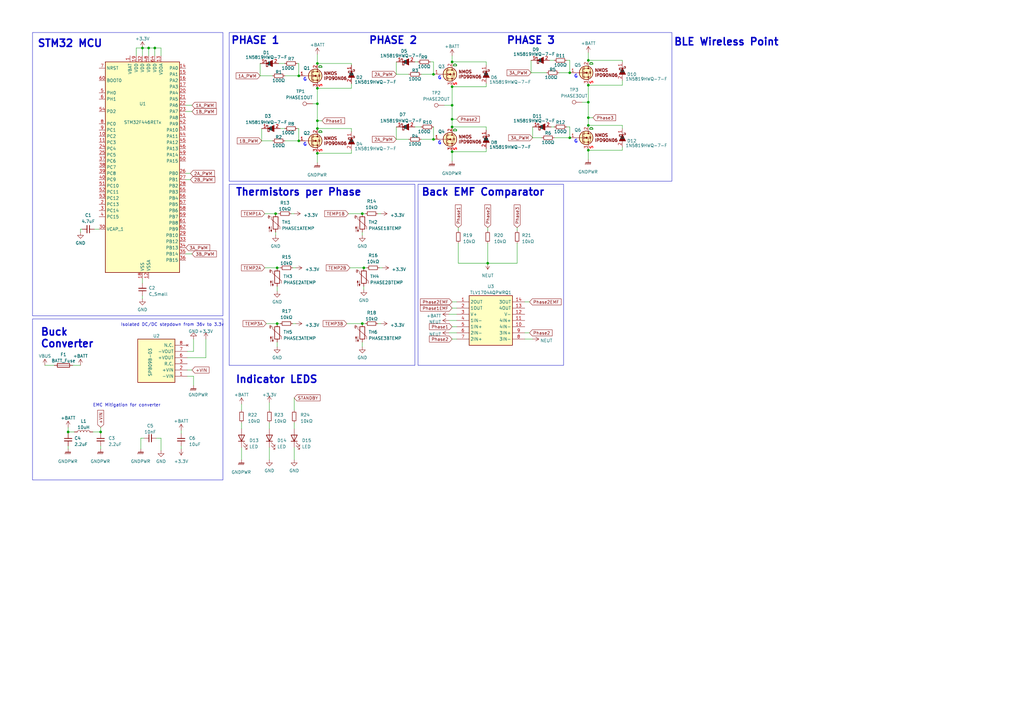
<source format=kicad_sch>
(kicad_sch (version 20230121) (generator eeschema)
  (paper "A3")
  (title_block (title "Motor Driver") (rev "1.0") (company "Pillar Works") (comment 1 "Edited By: Luis Yon"))
  (junction (at 185.42 25.4))
  (junction (at 58.42 19.685))
  (junction (at 177.8 57.15))
  (junction (at 130.175 49.53))
  (junction (at 113.665 109.855))
  (junction (at 185.42 35.56))
  (junction (at 241.3 48.26))
  (junction (at 60.96 19.685))
  (junction (at 185.42 43.18))
  (junction (at 130.175 26.035))
  (junction (at 130.175 62.865))
  (junction (at 241.3 61.595))
  (junction (at 113.665 132.715))
  (junction (at 149.225 109.855))
  (junction (at 27.94 177.165))
  (junction (at 241.3 24.765))
  (junction (at 148.59 87.63))
  (junction (at 233.68 56.515))
  (junction (at 130.175 42.545))
  (junction (at 241.3 34.925))
  (junction (at 113.03 87.63))
  (junction (at 241.3 41.91))
  (junction (at 177.8 30.48))
  (junction (at 200.025 107.95))
  (junction (at 185.42 62.23))
  (junction (at 122.555 31.115))
  (junction (at 148.59 132.715))
  (junction (at 130.175 52.705))
  (junction (at 233.68 29.845))
  (junction (at 185.42 48.895))
  (junction (at 130.175 36.195))
  (junction (at 122.555 57.785))
  (junction (at 63.5 19.685))
  (junction (at 241.3 51.435))
  (junction (at 185.42 52.07))
  (junction (at 41.275 177.165))
  (wire (pts (xy 215.265 139.065) (xy 218.44 139.065)))
  (wire (pts (xy 144.145 62.865) (xy 130.175 62.865)))
  (wire (pts (xy 185.42 126.365) (xy 187.325 126.365)))
  (wire (pts (xy 255.27 34.925) (xy 241.3 34.925)))
  (wire (pts (xy 58.42 121.285) (xy 58.42 122.555)))
  (wire (pts (xy 27.94 175.26) (xy 27.94 177.165)))
  (wire (pts (xy 185.42 48.895) (xy 185.42 52.07)))
  (wire (pts (xy 187.96 93.345) (xy 187.96 94.615)))
  (wire (pts (xy 226.06 52.07) (xy 227.33 52.07)))
  (wire (pts (xy 187.96 107.95) (xy 200.025 107.95)))
  (wire (pts (xy 232.41 52.07) (xy 233.68 52.07)))
  (wire (pts (xy 106.68 26.035) (xy 106.68 31.115)))
  (wire (pts (xy 176.53 25.4) (xy 177.8 25.4)))
  (wire (pts (xy 64.135 179.705) (xy 66.04 179.705)))
  (wire (pts (xy 199.39 53.34) (xy 199.39 52.07)))
  (wire (pts (xy 38.735 93.98) (xy 40.64 93.98)))
  (wire (pts (xy 58.42 19.685) (xy 58.42 22.86)))
  (wire (pts (xy 199.39 35.56) (xy 185.42 35.56)))
  (wire (pts (xy 108.585 109.855) (xy 113.665 109.855)))
  (wire (pts (xy 218.44 56.515) (xy 222.25 56.515)))
  (wire (pts (xy 109.22 132.715) (xy 113.665 132.715)))
  (wire (pts (xy 185.42 133.985) (xy 187.325 133.985)))
  (wire (pts (xy 241.3 48.26) (xy 241.3 51.435)))
  (wire (pts (xy 215.265 123.825) (xy 217.17 123.825)))
  (wire (pts (xy 185.42 139.065) (xy 187.325 139.065)))
  (wire (pts (xy 154.94 87.63) (xy 156.21 87.63)))
  (wire (pts (xy 162.56 25.4) (xy 162.56 30.48)))
  (wire (pts (xy 184.15 136.525) (xy 187.325 136.525)))
  (wire (pts (xy 76.835 144.145) (xy 79.375 144.145)))
  (wire (pts (xy 185.42 22.86) (xy 185.42 25.4)))
  (wire (pts (xy 255.27 61.595) (xy 241.3 61.595)))
  (wire (pts (xy 255.27 52.705) (xy 255.27 51.435)))
  (wire (pts (xy 120.65 173.355) (xy 120.65 175.895)))
  (wire (pts (xy 66.04 19.685) (xy 63.5 19.685)))
  (wire (pts (xy 148.59 132.715) (xy 149.86 132.715)))
  (wire (pts (xy 130.175 62.865) (xy 130.175 66.675)))
  (wire (pts (xy 255.27 25.4) (xy 255.27 24.765)))
  (wire (pts (xy 255.27 33.02) (xy 255.27 34.925)))
  (wire (pts (xy 122.555 26.035) (xy 121.92 26.035)))
  (wire (pts (xy 149.225 117.475) (xy 149.225 118.745)))
  (wire (pts (xy 33.02 93.98) (xy 33.02 95.25)))
  (wire (pts (xy 113.03 87.63) (xy 114.3 87.63)))
  (wire (pts (xy 66.04 22.86) (xy 66.04 19.685)))
  (wire (pts (xy 184.15 131.445) (xy 187.325 131.445)))
  (wire (pts (xy 144.145 26.035) (xy 130.175 26.035)))
  (wire (pts (xy 184.15 128.905) (xy 187.325 128.905)))
  (wire (pts (xy 233.68 24.765) (xy 232.41 24.765)))
  (wire (pts (xy 116.84 31.115) (xy 122.555 31.115)))
  (wire (pts (xy 148.59 140.335) (xy 148.59 142.24)))
  (wire (pts (xy 60.96 19.685) (xy 60.96 22.86)))
  (wire (pts (xy 121.92 52.705) (xy 122.555 52.705)))
  (wire (pts (xy 227.33 56.515) (xy 233.68 56.515)))
  (wire (pts (xy 241.3 21.59) (xy 241.3 24.765)))
  (wire (pts (xy 148.59 95.25) (xy 148.59 96.52)))
  (wire (pts (xy 63.5 19.685) (xy 63.5 22.86)))
  (wire (pts (xy 217.805 29.845) (xy 224.155 29.845)))
  (wire (pts (xy 66.04 179.705) (xy 66.04 184.785)))
  (wire (pts (xy 120.015 109.855) (xy 121.285 109.855)))
  (wire (pts (xy 144.145 53.975) (xy 144.145 52.705)))
  (wire (pts (xy 172.72 57.15) (xy 177.8 57.15)))
  (wire (pts (xy 212.09 99.695) (xy 212.09 107.95)))
  (wire (pts (xy 29.845 149.86) (xy 33.02 149.86)))
  (wire (pts (xy 55.88 22.86) (xy 55.88 19.685)))
  (wire (pts (xy 113.665 140.335) (xy 113.665 142.24)))
  (wire (pts (xy 170.18 52.07) (xy 172.72 52.07)))
  (wire (pts (xy 113.665 109.855) (xy 114.935 109.855)))
  (wire (pts (xy 170.18 25.4) (xy 171.45 25.4)))
  (wire (pts (xy 255.27 24.765) (xy 241.3 24.765)))
  (wire (pts (xy 199.39 60.96) (xy 199.39 62.23)))
  (wire (pts (xy 142.875 87.63) (xy 148.59 87.63)))
  (wire (pts (xy 185.42 43.18) (xy 185.42 48.895)))
  (wire (pts (xy 120.65 183.515) (xy 120.65 188.595)))
  (wire (pts (xy 41.275 177.165) (xy 41.275 177.8)))
  (wire (pts (xy 177.8 52.07) (xy 177.8 57.15)))
  (wire (pts (xy 38.1 177.165) (xy 41.275 177.165)))
  (wire (pts (xy 130.175 36.195) (xy 130.175 42.545)))
  (wire (pts (xy 255.27 60.325) (xy 255.27 61.595)))
  (wire (pts (xy 144.145 36.195) (xy 130.175 36.195)))
  (wire (pts (xy 79.375 154.305) (xy 79.375 158.115)))
  (wire (pts (xy 33.655 93.98) (xy 33.02 93.98)))
  (wire (pts (xy 200.025 93.345) (xy 200.025 94.615)))
  (wire (pts (xy 110.49 183.515) (xy 110.49 188.595)))
  (wire (pts (xy 27.94 182.88) (xy 27.94 184.15)))
  (wire (pts (xy 76.835 151.765) (xy 78.74 151.765)))
  (wire (pts (xy 185.42 62.23) (xy 185.42 66.04)))
  (wire (pts (xy 144.145 26.67) (xy 144.145 26.035)))
  (wire (pts (xy 41.275 182.88) (xy 41.275 184.15)))
  (wire (pts (xy 60.96 19.685) (xy 63.5 19.685)))
  (wire (pts (xy 99.06 165.735) (xy 99.06 168.275)))
  (wire (pts (xy 57.785 179.705) (xy 57.785 184.15)))
  (wire (pts (xy 233.68 24.765) (xy 233.68 29.845)))
  (wire (pts (xy 218.44 52.07) (xy 218.44 56.515)))
  (wire (pts (xy 162.56 57.15) (xy 167.64 57.15)))
  (wire (pts (xy 187.325 48.895) (xy 185.42 48.895)))
  (wire (pts (xy 154.94 132.715) (xy 156.21 132.715)))
  (wire (pts (xy 79.375 144.145) (xy 79.375 139.065)))
  (wire (pts (xy 120.015 132.715) (xy 121.285 132.715)))
  (wire (pts (xy 199.39 26.67) (xy 199.39 25.4)))
  (wire (pts (xy 144.145 34.29) (xy 144.145 36.195)))
  (wire (pts (xy 59.055 179.705) (xy 57.785 179.705)))
  (wire (pts (xy 84.455 146.685) (xy 76.835 146.685)))
  (wire (pts (xy 172.72 30.48) (xy 177.8 30.48)))
  (wire (pts (xy 200.025 99.695) (xy 200.025 107.95)))
  (wire (pts (xy 78.74 43.18) (xy 76.2 43.18)))
  (wire (pts (xy 144.145 52.705) (xy 130.175 52.705)))
  (wire (pts (xy 99.06 183.515) (xy 99.06 188.595)))
  (wire (pts (xy 84.455 139.065) (xy 84.455 146.685)))
  (wire (pts (xy 18.415 149.86) (xy 22.225 149.86)))
  (wire (pts (xy 229.235 29.845) (xy 233.68 29.845)))
  (wire (pts (xy 107.315 57.785) (xy 111.76 57.785)))
  (wire (pts (xy 241.3 34.925) (xy 241.3 41.91)))
  (wire (pts (xy 130.175 49.53) (xy 130.175 52.705)))
  (wire (pts (xy 241.3 61.595) (xy 241.3 65.405)))
  (wire (pts (xy 182.245 43.18) (xy 185.42 43.18)))
  (wire (pts (xy 199.39 25.4) (xy 185.42 25.4)))
  (wire (pts (xy 162.56 52.07) (xy 162.56 57.15)))
  (wire (pts (xy 233.68 52.07) (xy 233.68 56.515)))
  (wire (pts (xy 212.09 93.345) (xy 212.09 94.615)))
  (wire (pts (xy 241.3 41.91) (xy 241.3 48.26)))
  (wire (pts (xy 148.59 87.63) (xy 149.86 87.63)))
  (wire (pts (xy 113.665 132.715) (xy 114.935 132.715)))
  (wire (pts (xy 199.39 34.29) (xy 199.39 35.56)))
  (wire (pts (xy 78.105 71.12) (xy 76.2 71.12)))
  (wire (pts (xy 185.42 62.23) (xy 199.39 62.23)))
  (wire (pts (xy 199.39 52.07) (xy 185.42 52.07)))
  (wire (pts (xy 144.145 61.595) (xy 144.145 62.865)))
  (wire (pts (xy 114.3 26.035) (xy 116.84 26.035)))
  (wire (pts (xy 155.575 109.855) (xy 156.845 109.855)))
  (wire (pts (xy 76.835 154.305) (xy 79.375 154.305)))
  (wire (pts (xy 122.555 52.705) (xy 122.555 57.785)))
  (wire (pts (xy 187.96 99.695) (xy 187.96 107.95)))
  (wire (pts (xy 116.84 57.785) (xy 122.555 57.785)))
  (wire (pts (xy 78.74 45.72) (xy 76.2 45.72)))
  (wire (pts (xy 185.42 123.825) (xy 187.325 123.825)))
  (wire (pts (xy 41.275 175.26) (xy 41.275 177.165)))
  (wire (pts (xy 243.205 48.26) (xy 241.3 48.26)))
  (wire (pts (xy 217.805 24.765) (xy 217.805 29.845)))
  (wire (pts (xy 130.175 22.225) (xy 130.175 26.035)))
  (wire (pts (xy 132.08 49.53) (xy 130.175 49.53)))
  (wire (pts (xy 27.94 177.8) (xy 27.94 177.165)))
  (wire (pts (xy 162.56 30.48) (xy 167.64 30.48)))
  (wire (pts (xy 113.03 95.25) (xy 113.03 96.52)))
  (wire (pts (xy 119.38 87.63) (xy 120.65 87.63)))
  (wire (pts (xy 149.225 109.855) (xy 150.495 109.855)))
  (wire (pts (xy 99.06 173.355) (xy 99.06 175.895)))
  (wire (pts (xy 120.65 163.195) (xy 120.65 168.275)))
  (wire (pts (xy 255.27 51.435) (xy 241.3 51.435)))
  (wire (pts (xy 58.42 19.685) (xy 60.96 19.685)))
  (wire (pts (xy 238.76 41.91) (xy 241.3 41.91)))
  (wire (pts (xy 108.585 87.63) (xy 113.03 87.63)))
  (wire (pts (xy 110.49 173.355) (xy 110.49 175.895)))
  (wire (pts (xy 185.42 35.56) (xy 185.42 43.18)))
  (wire (pts (xy 74.295 182.88) (xy 74.295 184.15)))
  (wire (pts (xy 107.315 52.705) (xy 107.315 57.785)))
  (wire (pts (xy 128.27 42.545) (xy 130.175 42.545)))
  (wire (pts (xy 76.2 104.14) (xy 78.74 104.14)))
  (wire (pts (xy 143.51 109.855) (xy 149.225 109.855)))
  (wire (pts (xy 114.935 52.705) (xy 116.84 52.705)))
  (wire (pts (xy 55.88 19.685) (xy 58.42 19.685)))
  (wire (pts (xy 177.8 25.4) (xy 177.8 30.48)))
  (wire (pts (xy 130.175 42.545) (xy 130.175 49.53)))
  (wire (pts (xy 122.555 26.035) (xy 122.555 31.115)))
  (wire (pts (xy 225.425 24.765) (xy 227.33 24.765)))
  (wire (pts (xy 113.665 117.475) (xy 113.665 119.38)))
  (wire (pts (xy 58.42 114.3) (xy 58.42 116.205)))
  (wire (pts (xy 142.24 132.715) (xy 148.59 132.715)))
  (wire (pts (xy 212.09 107.95) (xy 200.025 107.95)))
  (wire (pts (xy 27.94 177.165) (xy 30.48 177.165)))
  (wire (pts (xy 106.68 31.115) (xy 111.76 31.115)))
  (wire (pts (xy 78.105 73.66) (xy 76.2 73.66)))
  (wire (pts (xy 215.265 136.525) (xy 217.17 136.525)))
  (wire (pts (xy 110.49 165.1) (xy 110.49 168.275)))
  (wire (pts (xy 74.295 176.53) (xy 74.295 177.8)))
  (rectangle (start 93.98 13.335) (end 275.59 74.295))
  (rectangle (start 93.98 75.565) (end 170.18 149.86))
  (rectangle (start 13.335 130.81) (end 91.44 196.85))
  (rectangle (start 171.45 75.565) (end 231.14 149.86))
  (rectangle (start 13.335 13.335) (end 91.44 129.54))
  (text "Buck\nConverter" (at 16.51 142.875 0) (effects (font (size 3 3) (thickness 0.6) bold) (justify left bottom)))
  (text "Back EMF Comparator" (at 172.72 80.645 0) (effects (font (size 3 3) (thickness 0.6) bold) (justify left bottom)))
  (text "PHASE 2" (at 151.13 18.415 0) (effects (font (size 3 3) (thickness 0.6) bold) (justify left bottom)))
  (text "Isolated DC/DC stepdown from 36v to 3.3v" (at 49.53 133.985 0) (effects (font (size 1.27 1.27)) (justify left bottom)))
  (text "PHASE 3" (at 207.645 18.415 0) (effects (font (size 3 3) (thickness 0.6) bold) (justify left bottom)))
  (text "BLE Wireless Point\n" (at 276.225 19.05 0) (effects (font (size 3 3) (thickness 0.6) bold) (justify left bottom)))
  (text "PHASE 1" (at 94.615 18.415 0) (effects (font (size 3 3) (thickness 0.6) bold) (justify left bottom)))
  (text "EMC Mitigation for converter" (at 38.1 167.005 0) (effects (font (size 1.27 1.27)) (justify left bottom)))
  (text "STM32 MCU" (at 15.24 19.685 0) (effects (font (size 3 3) (thickness 0.6) bold) (justify left bottom)))
  (text "Thermistors per Phase" (at 96.52 80.645 0) (effects (font (size 3 3) (thickness 0.6) bold) (justify left bottom)))
  (text "Indicator LEDS" (at 96.52 157.48 0) (effects (font (size 3 3) (thickness 0.6) bold) (justify left bottom)))
  (global_label "3A_PWM" (shape input) (at 76.2 101.6 0) (property "Intersheetrefs" "${INTERSHEET_REFS}" (effects hide)))
  (global_label "+VIN" (shape input) (at 41.275 175.26 90) (property "Intersheetrefs" "${INTERSHEET_REFS}" (effects hide)))
  (global_label "TEMP2A" (shape input) (at 108.585 109.855 180) (property "Intersheetrefs" "${INTERSHEET_REFS}" (effects hide)))
  (global_label "Phase2EMF" (shape input) (at 217.17 123.825 0) (property "Intersheetrefs" "${INTERSHEET_REFS}" (effects hide)))
  (global_label "Phase1" (shape input) (at 132.08 49.53 0) (property "Intersheetrefs" "${INTERSHEET_REFS}" (effects hide)))
  (global_label "TEMP1A" (shape input) (at 108.585 87.63 180) (property "Intersheetrefs" "${INTERSHEET_REFS}" (effects hide)))
  (global_label "1A_PWM" (shape input) (at 106.68 31.115 180) (property "Intersheetrefs" "${INTERSHEET_REFS}" (effects hide)))
  (global_label "1B_PWM" (shape input) (at 107.315 57.785 180) (property "Intersheetrefs" "${INTERSHEET_REFS}" (effects hide)))
  (global_label "TEMP3B" (shape input) (at 142.24 132.715 180) (property "Intersheetrefs" "${INTERSHEET_REFS}" (effects hide)))
  (global_label "Phase3" (shape input) (at 212.09 93.345 90) (property "Intersheetrefs" "${INTERSHEET_REFS}" (effects hide)))
  (global_label "STANDBY" (shape input) (at 120.65 163.195 0) (property "Intersheetrefs" "${INTERSHEET_REFS}" (effects hide)))
  (global_label "TEMP2B" (shape input) (at 143.51 109.855 180) (property "Intersheetrefs" "${INTERSHEET_REFS}" (effects hide)))
  (global_label "2A_PWM" (shape input) (at 78.105 71.12 0) (property "Intersheetrefs" "${INTERSHEET_REFS}" (effects hide)))
  (global_label "1A_PWM" (shape input) (at 78.74 43.18 0) (property "Intersheetrefs" "${INTERSHEET_REFS}" (effects hide)))
  (global_label "2A_PWM" (shape input) (at 162.56 57.15 180) (property "Intersheetrefs" "${INTERSHEET_REFS}" (effects hide)))
  (global_label "2B_PWM" (shape input) (at 78.105 73.66 0) (property "Intersheetrefs" "${INTERSHEET_REFS}" (effects hide)))
  (global_label "Phase1" (shape input) (at 185.42 133.985 180) (property "Intersheetrefs" "${INTERSHEET_REFS}" (effects hide)))
  (global_label "3A_PWM" (shape input) (at 218.44 56.515 180) (property "Intersheetrefs" "${INTERSHEET_REFS}" (effects hide)))
  (global_label "Phase1EMF" (shape input) (at 185.42 126.365 180) (property "Intersheetrefs" "${INTERSHEET_REFS}" (effects hide)))
  (global_label "TEMP1B" (shape input) (at 142.875 87.63 180) (property "Intersheetrefs" "${INTERSHEET_REFS}" (effects hide)))
  (global_label "+VIN" (shape input) (at 78.74 151.765 0) (property "Intersheetrefs" "${INTERSHEET_REFS}" (effects hide)))
  (global_label "Phase2" (shape input) (at 187.325 48.895 0) (property "Intersheetrefs" "${INTERSHEET_REFS}" (effects hide)))
  (global_label "1B_PWM" (shape input) (at 78.74 45.72 0) (property "Intersheetrefs" "${INTERSHEET_REFS}" (effects hide)))
  (global_label "2A_PWM" (shape input) (at 162.56 30.48 180) (property "Intersheetrefs" "${INTERSHEET_REFS}" (effects hide)))
  (global_label "Phase1" (shape input) (at 187.96 93.345 90) (property "Intersheetrefs" "${INTERSHEET_REFS}" (effects hide)))
  (global_label "Phase2" (shape input) (at 185.42 139.065 180) (property "Intersheetrefs" "${INTERSHEET_REFS}" (effects hide)))
  (global_label "Phase2" (shape input) (at 217.17 136.525 0) (property "Intersheetrefs" "${INTERSHEET_REFS}" (effects hide)))
  (global_label "Phase2" (shape input) (at 200.025 93.345 90) (property "Intersheetrefs" "${INTERSHEET_REFS}" (effects hide)))
  (global_label "3A_PWM" (shape input) (at 217.805 29.845 180) (property "Intersheetrefs" "${INTERSHEET_REFS}" (effects hide)))
  (global_label "Phase3" (shape input) (at 243.205 48.26 0) (property "Intersheetrefs" "${INTERSHEET_REFS}" (effects hide)))
  (global_label "Phase2EMF" (shape input) (at 185.42 123.825 180) (property "Intersheetrefs" "${INTERSHEET_REFS}" (effects hide)))
  (global_label "TEMP3A" (shape input) (at 109.22 132.715 180) (property "Intersheetrefs" "${INTERSHEET_REFS}" (effects hide)))
  (global_label "3B_PWM" (shape input) (at 78.74 104.14 0) (property "Intersheetrefs" "${INTERSHEET_REFS}" (effects hide)))
  (symbol (lib_id "power:+3.3V") (at 74.295 184.15 180) (unit 1)
    (property "Reference" "#PWR019" (effects hide))
    (property "Value" "+3.3V" (at 74.295 189.23 0))
  )
  (symbol (lib_id "power:+3.3V") (at 156.21 87.63 270) (unit 1)
    (property "Reference" "#PWR022" (effects hide))
    (property "Value" "+3.3V" (at 160.02 88.265 90) (effects (justify left)))
  )
  (symbol (lib_id "power:GNDPWR") (at 41.275 184.15 0) (unit 1)
    (property "Reference" "#PWR011" (effects hide))
    (property "Value" "GNDPWR" (at 41.148 189.23 0))
  )
  (symbol (lib_id "power:+BATT") (at 241.3 21.59 0) (unit 1)
    (property "Reference" "#PWR05" (effects hide))
    (property "Value" "+BATT" (at 241.3 17.78 0))
  )
  (symbol (lib_id "Diode:1N5819HWQ-7-F") (at 199.39 30.48 270) (unit 1)
    (property "Reference" "D6" (at 201.295 31.75 90) (effects (justify left)))
    (property "Value" "1N5819HWQ-7-F" (at 200.66 33.655 90) (effects (justify left)))
    (property "Footprint" "Diode_SMD:SOD3716X145N" (effects hide))
    (property "Datasheet" "https://www.mouser.com/datasheet/2/115/DIOD_S_A0007740344_1-2542839.pdf" (effects hide))
    (property "Description" "Schottky Diodes & Rectifiers Schottky Rectifier" (effects hide))
    (property "Height" "1.45" (effects hide))
    (property "Mouser Part Number" "621-1N5819HWQ-7-F" (effects hide))
    (property "Mouser Price/Stock" "https://www.mouser.co.uk/ProductDetail/Diodes-Incorporated/1N5819HWQ-7-F?qs=gZXFycFWdAPDr8BmsK1ygg%3D%3D" (effects hide))
    (property "Manufacturer_Name" "Diodes Inc." (effects hide))
    (property "Manufacturer_Part_Number" "1N5819HWQ-7-F" (effects hide))
  )
  (symbol (lib_id "power:GND") (at 110.49 188.595 0) (unit 1)
    (property "Reference" "#PWR042" (effects hide))
    (property "Value" "GND" (at 110.49 193.04 0))
  )
  (symbol (lib_id "power:GNDPWR") (at 185.42 66.04 0) (unit 1)
    (property "Reference" "#PWR02" (effects hide))
    (property "Value" "GNDPWR" (at 185.293 71.12 0))
  )
  (symbol (lib_id "Transistor_FET:IPD90N06S4L03ATMA2") (at 130.175 57.785 0) (unit 1)
    (property "Reference" "Q2" (at 124.46 54.61 0) (effects (justify left)))
    (property "Value" "IPD90N06S4L03ATMA2" (effects hide))
    (property "Footprint" "Package_TO_SOT_SMD:IPD90N06S4L03" (effects hide))
    (property "Datasheet" "https://www.mouser.com/datasheet/2/196/Infineon_IPD90N06S4L_03_DS_v01_00_en-1227190.pdf" (effects hide))
  )
  (symbol (lib_id "power:+3.3V") (at 156.845 109.855 270) (unit 1)
    (property "Reference" "#PWR021" (effects hide))
    (property "Value" "+3.3V" (at 160.655 110.49 90) (effects (justify left)))
  )
  (symbol (lib_id "power:+BATT") (at 33.02 149.86 0) (unit 1)
    (property "Reference" "#PWR038" (effects hide))
    (property "Value" "+BATT" (at 33.02 146.05 0))
  )
  (symbol (lib_id "Connector:TestPoint") (at 238.76 41.91 90) (unit 1)
    (property "Reference" "TP3" (at 235.458 36.83 90))
    (property "Value" "PHASE3OUT" (at 235.458 39.37 90))
  )
  (symbol (lib_id "power:VBUS") (at 18.415 149.86 0) (unit 1)
    (property "Reference" "#PWR036" (effects hide))
    (property "Value" "VBUS" (at 18.415 146.05 0))
  )
  (symbol (lib_id "Device:Thermistor_NTC") (at 113.665 136.525 0) (unit 1)
    (property "Reference" "TH5" (at 116.205 136.2075 0) (effects (justify left)))
    (property "Value" "PHASE3ATEMP" (at 116.205 138.7475 0) (effects (justify left)))
    (property "Footprint" "Resistor_SMD:R_0603_1608Metric" (effects hide))
  )
  (symbol (lib_id "power:GND") (at 33.02 95.25 0) (unit 1)
    (property "Reference" "#PWR09" (effects hide))
    (property "Value" "GND" (at 33.02 99.695 0))
  )
  (symbol (lib_id "power:GND") (at 66.04 184.785 0) (unit 1)
    (property "Reference" "#PWR017" (effects hide))
    (property "Value" "GND" (at 66.04 189.23 0))
  )
  (symbol (lib_id "Device:C_Small") (at 74.295 180.34 0) (unit 1)
    (property "Reference" "C6" (at 77.47 179.7113 0) (effects (justify left)))
    (property "Value" "10uF" (at 77.47 182.2513 0) (effects (justify left)))
    (property "Footprint" "Capacitor_SMD:C_0603_1608Metric" (effects hide))
  )
  (symbol (lib_id "Device:L") (at 34.29 177.165 90) (unit 1)
    (property "Reference" "L1" (at 34.29 172.72 90))
    (property "Value" "10uH" (at 34.29 175.26 90))
    (property "Footprint" "Inductor_SMD:SRP06152R2K" (effects hide))
  )
  (symbol (lib_id "Device:R_Small") (at 170.18 30.48 90) (unit 1)
    (property "Reference" "R3" (at 170.275 28.9247 90))
    (property "Value" "100Ω" (at 170.18 32.385 90))
    (property "Footprint" "Resistor_SMD:R_0603_1608Metric" (effects hide))
  )
  (symbol (lib_id "power:+BATT") (at 27.94 175.26 0) (unit 1)
    (property "Reference" "#PWR010" (effects hide))
    (property "Value" "+BATT" (at 27.94 171.45 0))
  )
  (symbol (lib_id "power:+BATT") (at 74.295 176.53 0) (unit 1)
    (property "Reference" "#PWR018" (effects hide))
    (property "Value" "+BATT" (at 74.295 172.72 0))
  )
  (symbol (lib_id "power:GNDPWR") (at 241.3 65.405 0) (unit 1)
    (property "Reference" "#PWR03" (effects hide))
    (property "Value" "GNDPWR" (at 241.173 70.485 0))
  )
  (symbol (lib_id "Device:R_Small") (at 200.025 97.155 0) (unit 1)
    (property "Reference" "R20" (at 202.565 96.52 0) (effects (justify left)))
    (property "Value" "10kΩ" (at 202.565 99.06 0) (effects (justify left)))
    (property "Footprint" "Resistor_SMD:R_0603_1608Metric" (effects hide))
  )
  (symbol (lib_id "Connector:TestPoint") (at 128.27 42.545 90) (unit 1)
    (property "Reference" "TP1" (at 125.095 37.465 90) (effects (justify left)))
    (property "Value" "PHASE1OUT" (at 128.27 40.005 90) (effects (justify left)))
  )
  (symbol (lib_id "Device:R_Small") (at 116.84 87.63 90) (unit 1)
    (property "Reference" "R13" (at 116.84 83.185 90))
    (property "Value" "10kΩ" (at 116.84 85.725 90))
    (property "Footprint" "Resistor_SMD:R_0603_1608Metric" (effects hide))
  )
  (symbol (lib_id "Transistor_FET:IPD90N06S4L03ATMA2") (at 130.175 31.115 0) (unit 1)
    (property "Reference" "Q1" (at 124.46 27.94 0) (effects (justify left)))
    (property "Value" "IPD90N06S4L03ATMA2" (effects hide))
    (property "Footprint" "Package_TO_SOT_SMD:IPD90N06S4L03" (effects hide))
    (property "Datasheet" "https://www.mouser.com/datasheet/2/196/Infineon_IPD90N06S4L_03_DS_v01_00_en-1227190.pdf" (effects hide))
  )
  (symbol (lib_id "Device:R_Small") (at 229.87 52.07 90) (unit 1)
    (property "Reference" "R12" (at 229.87 50.165 90))
    (property "Value" "100Ω" (at 229.87 53.975 90))
    (property "Footprint" "Resistor_SMD:R_0603_1608Metric" (effects hide))
  )
  (symbol (lib_id "MCU_ST_STM32F4:STM32F446RETx") (at 58.42 68.58 0) (unit 1)
    (property "Reference" "U1" (at 57.15 42.545 0) (effects (justify left)))
    (property "Value" "STM32F446RETx" (at 50.8 50.165 0) (effects (justify left)))
    (property "Footprint" "Package_QFP:LQFP-64_10x10mm_P0.5mm" (effects hide))
    (property "Datasheet" "https://www.st.com/resource/en/datasheet/stm32f446re.pdf" (effects hide))
  )
  (symbol (lib_id "Device:C_Small") (at 36.195 93.98 270) (unit 1)
    (property "Reference" "C1" (at 36.1886 88.265 90))
    (property "Value" "4.7uF" (at 36.1886 90.805 90))
    (property "Footprint" "Capacitor_SMD:C_0603_1608Metric" (effects hide))
  )
  (symbol (lib_id "Device:R_Small") (at 170.18 57.15 90) (unit 1)
    (property "Reference" "R4" (at 170.18 55.88 90))
    (property "Value" "100Ω" (at 170.18 59.055 90))
    (property "Footprint" "Resistor_SMD:R_0603_1608Metric" (effects hide))
  )
  (symbol (lib_id "Device:R_Small") (at 226.695 29.845 90) (unit 1)
    (property "Reference" "R5" (at 226.695 28.575 90))
    (property "Value" "100Ω" (at 226.06 31.75 90))
    (property "Footprint" "Resistor_SMD:R_0603_1608Metric" (effects hide))
  )
  (symbol (lib_id "Diode:1N5819HWQ-7-F") (at 144.145 30.48 270) (unit 1)
    (property "Reference" "D2" (at 146.05 31.75 90) (effects (justify left)))
    (property "Value" "1N5819HWQ-7-F" (at 145.415 33.655 90) (effects (justify left)))
    (property "Footprint" "Diode_SMD:SOD3716X145N" (effects hide))
    (property "Datasheet" "https://www.mouser.com/datasheet/2/115/DIOD_S_A0007740344_1-2542839.pdf" (effects hide))
    (property "Description" "Schottky Diodes & Rectifiers Schottky Rectifier" (effects hide))
    (property "Height" "1.45" (effects hide))
    (property "Mouser Part Number" "621-1N5819HWQ-7-F" (effects hide))
    (property "Mouser Price/Stock" "https://www.mouser.co.uk/ProductDetail/Diodes-Incorporated/1N5819HWQ-7-F?qs=gZXFycFWdAPDr8BmsK1ygg%3D%3D" (effects hide))
    (property "Manufacturer_Name" "Diodes Inc." (effects hide))
    (property "Manufacturer_Part_Number" "1N5819HWQ-7-F" (effects hide))
  )
  (symbol (lib_id "Device:Thermistor_NTC") (at 148.59 136.525 0) (unit 1)
    (property "Reference" "TH6" (at 151.13 136.2075 0) (effects (justify left)))
    (property "Value" "PHASE3BTEMP" (at 151.13 138.7475 0) (effects (justify left)))
    (property "Footprint" "Resistor_SMD:R_0603_1608Metric" (effects hide))
  )
  (symbol (lib_id "power:GNDPWR") (at 99.06 188.595 0) (unit 1)
    (property "Reference" "#PWR041" (effects hide))
    (property "Value" "GNDPWR" (at 98.933 193.675 0))
  )
  (symbol (lib_id "power:GND") (at 58.42 122.555 0) (unit 1)
    (property "Reference" "#PWR08" (effects hide))
    (property "Value" "GND" (at 58.42 127 0))
  )
  (symbol (lib_id "Diode:1N5819HWQ-7-F") (at 221.615 24.765 0) (unit 1)
    (property "Reference" "D9" (at 219.71 20.32 0))
    (property "Value" "1N5819HWQ-7-F" (at 219.075 22.225 0))
    (property "Footprint" "Diode_SMD:SOD3716X145N" (effects hide))
    (property "Datasheet" "https://www.mouser.com/datasheet/2/115/DIOD_S_A0007740344_1-2542839.pdf" (effects hide))
    (property "Description" "Schottky Diodes & Rectifiers Schottky Rectifier" (effects hide))
    (property "Height" "1.45" (effects hide))
    (property "Mouser Part Number" "621-1N5819HWQ-7-F" (effects hide))
    (property "Mouser Price/Stock" "https://www.mouser.co.uk/ProductDetail/Diodes-Incorporated/1N5819HWQ-7-F?qs=gZXFycFWdAPDr8BmsK1ygg%3D%3D" (effects hide))
    (property "Manufacturer_Name" "Diodes Inc." (effects hide))
    (property "Manufacturer_Part_Number" "1N5819HWQ-7-F" (effects hide))
  )
  (symbol (lib_id "power:+3.3V") (at 121.285 109.855 270) (unit 1)
    (property "Reference" "#PWR023" (effects hide))
    (property "Value" "+3.3V" (at 125.095 110.49 90) (effects (justify left)))
  )
  (symbol (lib_id "power:GND") (at 148.59 142.24 0) (unit 1)
    (property "Reference" "#PWR031" (effects hide))
    (property "Value" "GND" (at 148.59 146.685 0))
  )
  (symbol (lib_id "Transistor_FET:IPD90N06S4L03ATMA2") (at 185.42 57.15 0) (unit 1)
    (property "Reference" "Q4" (at 179.705 53.975 0) (effects (justify left)))
    (property "Value" "IPD90N06S4L03ATMA2" (effects hide))
    (property "Footprint" "Package_TO_SOT_SMD:IPD90N06S4L03" (effects hide))
    (property "Datasheet" "https://www.mouser.com/datasheet/2/196/Infineon_IPD90N06S4L_03_DS_v01_00_en-1227190.pdf" (effects hide))
  )
  (symbol (lib_id "power:+3.3V") (at 120.65 87.63 270) (unit 1)
    (property "Reference" "#PWR020" (effects hide))
    (property "Value" "+3.3V" (at 124.46 88.265 90) (effects (justify left)))
  )
  (symbol (lib_id "Device:R_Small") (at 153.035 109.855 90) (unit 1)
    (property "Reference" "R16" (at 153.035 104.775 90))
    (property "Value" "10kΩ" (at 153.035 107.315 90))
    (property "Footprint" "Resistor_SMD:R_0603_1608Metric" (effects hide))
  )
  (symbol (lib_id "Diode:1N5819HWQ-7-F") (at 111.125 52.705 0) (unit 1)
    (property "Reference" "D3" (at 109.855 47.625 0))
    (property "Value" "1N5819HWQ-7-F" (at 109.22 50.165 0))
    (property "Footprint" "Diode_SMD:SOD3716X145N" (effects hide))
    (property "Datasheet" "https://www.mouser.com/datasheet/2/115/DIOD_S_A0007740344_1-2542839.pdf" (effects hide))
    (property "Description" "Schottky Diodes & Rectifiers Schottky Rectifier" (effects hide))
    (property "Height" "1.45" (effects hide))
    (property "Mouser Part Number" "621-1N5819HWQ-7-F" (effects hide))
    (property "Mouser Price/Stock" "https://www.mouser.co.uk/ProductDetail/Diodes-Incorporated/1N5819HWQ-7-F?qs=gZXFycFWdAPDr8BmsK1ygg%3D%3D" (effects hide))
    (property "Manufacturer_Name" "Diodes Inc." (effects hide))
    (property "Manufacturer_Part_Number" "1N5819HWQ-7-F" (effects hide))
  )
  (symbol (lib_id "Device:R_Small") (at 152.4 132.715 90) (unit 1)
    (property "Reference" "R18" (at 152.4 128.27 90))
    (property "Value" "10kΩ" (at 152.4 130.81 90))
    (property "Footprint" "Resistor_SMD:R_0603_1608Metric" (effects hide))
  )
  (symbol (lib_id "power:NEUT") (at 184.15 131.445 90) (unit 1)
    (property "Reference" "#PWR033" (effects hide))
    (property "Value" "NEUT" (at 180.975 132.08 90) (effects (justify left)))
  )
  (symbol (lib_id "Device:R_Small") (at 175.26 52.07 90) (unit 1)
    (property "Reference" "R10" (at 175.26 50.165 90))
    (property "Value" "100Ω" (at 173.99 53.975 90))
    (property "Footprint" "Resistor_SMD:R_0603_1608Metric" (effects hide))
  )
  (symbol (lib_id "Device:Thermistor_NTC") (at 113.03 91.44 0) (unit 1)
    (property "Reference" "TH1" (at 115.57 91.1225 0) (effects (justify left)))
    (property "Value" "PHASE1ATEMP" (at 115.57 93.6625 0) (effects (justify left)))
    (property "Footprint" "Resistor_SMD:R_0603_1608Metric" (effects hide))
  )
  (symbol (lib_id "Device:Thermistor_NTC") (at 149.225 113.665 0) (unit 1)
    (property "Reference" "TH4" (at 151.765 113.3475 0) (effects (justify left)))
    (property "Value" "PHASE2BTEMP" (at 151.765 115.8875 0) (effects (justify left)))
    (property "Footprint" "Resistor_SMD:R_0603_1608Metric" (effects hide))
  )
  (symbol (lib_id "Device:R_Small") (at 110.49 170.815 0) (unit 1)
    (property "Reference" "R23" (at 112.395 170.18 0) (effects (justify left)))
    (property "Value" "10kΩ" (at 112.395 172.72 0) (effects (justify left)))
    (property "Footprint" "Resistor_SMD:R_0603_1608Metric" (effects hide))
  )
  (symbol (lib_id "power:NEUT") (at 184.15 136.525 90) (unit 1)
    (property "Reference" "#PWR035" (effects hide))
    (property "Value" "NEUT" (at 180.975 137.16 90) (effects (justify left)))
  )
  (symbol (lib_id "Device:R_Small") (at 187.96 97.155 0) (unit 1)
    (property "Reference" "R19" (at 189.865 96.52 0) (effects (justify left)))
    (property "Value" "10kΩ" (at 189.865 99.06 0) (effects (justify left)))
    (property "Footprint" "Resistor_SMD:R_0603_1608Metric" (effects hide))
  )
  (symbol (lib_id "power:GNDPWR") (at 79.375 158.115 0) (unit 1)
    (property "Reference" "#PWR015" (effects hide))
    (property "Value" "GNDPWR" (at 81.28 161.925 0))
  )
  (symbol (lib_id "Device:R_Small") (at 212.09 97.155 0) (unit 1)
    (property "Reference" "R21" (at 213.995 96.52 0) (effects (justify left)))
    (property "Value" "10kΩ" (at 213.995 99.06 0) (effects (justify left)))
    (property "Footprint" "Resistor_SMD:R_0603_1608Metric" (effects hide))
  )
  (symbol (lib_id "Device:Thermistor_NTC") (at 148.59 91.44 0) (unit 1)
    (property "Reference" "TH2" (at 151.13 91.1225 0) (effects (justify left)))
    (property "Value" "PHASE1BTEMP" (at 151.13 93.6625 0) (effects (justify left)))
    (property "Footprint" "Resistor_SMD:R_0603_1608Metric" (effects hide))
  )
  (symbol (lib_id "Diode:1N5819HWQ-7-F") (at 222.25 52.07 0) (unit 1)
    (property "Reference" "D11" (at 220.345 47.625 0))
    (property "Value" "1N5819HWQ-7-F" (at 219.075 49.53 0))
    (property "Footprint" "Diode_SMD:SOD3716X145N" (effects hide))
    (property "Datasheet" "https://www.mouser.com/datasheet/2/115/DIOD_S_A0007740344_1-2542839.pdf" (effects hide))
    (property "Description" "Schottky Diodes & Rectifiers Schottky Rectifier" (effects hide))
    (property "Height" "1.45" (effects hide))
    (property "Mouser Part Number" "621-1N5819HWQ-7-F" (effects hide))
    (property "Mouser Price/Stock" "https://www.mouser.co.uk/ProductDetail/Diodes-Incorporated/1N5819HWQ-7-F?qs=gZXFycFWdAPDr8BmsK1ygg%3D%3D" (effects hide))
    (property "Manufacturer_Name" "Diodes Inc." (effects hide))
    (property "Manufacturer_Part_Number" "1N5819HWQ-7-F" (effects hide))
  )
  (symbol (lib_id "power:+3.3V") (at 110.49 165.1 0) (unit 1)
    (property "Reference" "#PWR040" (effects hide))
    (property "Value" "+3.3V" (at 110.49 161.925 0))
  )
  (symbol (lib_id "Device:R_Small") (at 114.3 57.785 90) (unit 1)
    (property "Reference" "R2" (at 114.3224 56.2337 90))
    (property "Value" "100Ω" (at 114.3 59.69 90))
    (property "Footprint" "Resistor_SMD:R_0603_1608Metric" (effects hide))
  )
  (symbol (lib_id "Device:Thermistor_NTC") (at 113.665 113.665 0) (unit 1)
    (property "Reference" "TH3" (at 116.205 113.3475 0) (effects (justify left)))
    (property "Value" "PHASE2ATEMP" (at 116.205 115.8875 0) (effects (justify left)))
    (property "Footprint" "Resistor_SMD:R_0603_1608Metric" (effects hide))
  )
  (symbol (lib_id "Device:Fuse") (at 26.035 149.86 90) (unit 1)
    (property "Reference" "F1" (at 26.035 145.415 90))
    (property "Value" "BATT_Fuse" (at 26.035 147.955 90))
    (property "Footprint" "Fuse:3557-2" (effects hide))
  )
  (symbol (lib_id "power:GND") (at 120.65 188.595 0) (unit 1)
    (property "Reference" "#PWR043" (effects hide))
    (property "Value" "GND" (at 120.65 193.04 0))
  )
  (symbol (lib_id "Device:R_Small") (at 173.99 25.4 90) (unit 1)
    (property "Reference" "R9" (at 173.99 23.495 90))
    (property "Value" "100Ω" (at 173.99 27.305 90))
    (property "Footprint" "Resistor_SMD:R_0603_1608Metric" (effects hide))
  )
  (symbol (lib_id "Device:R_Small") (at 117.475 132.715 90) (unit 1)
    (property "Reference" "R17" (at 117.475 127.635 90))
    (property "Value" "10kΩ" (at 117.475 130.175 90))
    (property "Footprint" "Resistor_SMD:R_0603_1608Metric" (effects hide))
  )
  (symbol (lib_id "power:GND") (at 113.665 119.38 0) (unit 1)
    (property "Reference" "#PWR030" (effects hide))
    (property "Value" "GND" (at 113.665 123.825 0))
  )
  (symbol (lib_id "Device:C_Small") (at 27.94 180.34 0) (unit 1)
    (property "Reference" "C4" (at 30.48 179.7113 0) (effects (justify left)))
    (property "Value" "2.2uF" (at 30.48 182.2513 0) (effects (justify left)))
    (property "Footprint" "Capacitor_SMD:C_0603_1608Metric" (effects hide))
  )
  (symbol (lib_id "power:+BATT") (at 130.175 22.225 0) (unit 1)
    (property "Reference" "#PWR07" (effects hide))
    (property "Value" "+BATT" (at 130.175 18.415 0))
  )
  (symbol (lib_id "power:GND") (at 79.375 139.065 180) (unit 1)
    (property "Reference" "#PWR013" (effects hide))
    (property "Value" "GND" (at 79.375 135.89 0))
  )
  (symbol (lib_id "Device:C_Small") (at 61.595 179.705 90) (unit 1)
    (property "Reference" "C5" (at 61.6013 174.625 90))
    (property "Value" "10nF" (at 61.6013 177.165 90))
    (property "Footprint" "Capacitor_SMD:C_0603_1608Metric" (effects hide))
  )
  (symbol (lib_id "Transistor_FET:IPD90N06S4L03ATMA2") (at 241.3 29.845 0) (unit 1)
    (property "Reference" "Q5" (at 235.585 26.67 0) (effects (justify left)))
    (property "Value" "IPD90N06S4L03ATMA2" (effects hide))
    (property "Footprint" "Package_TO_SOT_SMD:IPD90N06S4L03" (effects hide))
    (property "Datasheet" "https://www.mouser.com/datasheet/2/196/Infineon_IPD90N06S4L_03_DS_v01_00_en-1227190.pdf" (effects hide))
  )
  (symbol (lib_id "Device:R_Small") (at 152.4 87.63 90) (unit 1)
    (property "Reference" "R14" (at 152.4 82.55 90))
    (property "Value" "10kΩ" (at 152.4 85.09 90))
    (property "Footprint" "Resistor_SMD:R_0603_1608Metric" (effects hide))
  )
  (symbol (lib_id "power:+3.3V") (at 121.285 132.715 270) (unit 1)
    (property "Reference" "#PWR025" (effects hide))
    (property "Value" "+3.3V" (at 125.095 133.35 90) (effects (justify left)))
  )
  (symbol (lib_id "Transistor_FET:IPD90N06S4L03ATMA2") (at 241.3 56.515 0) (unit 1)
    (property "Reference" "Q6" (at 235.585 53.34 0) (effects (justify left)))
    (property "Value" "IPD90N06S4L03ATMA2" (effects hide))
    (property "Footprint" "Package_TO_SOT_SMD:IPD90N06S4L03" (effects hide))
    (property "Datasheet" "https://www.mouser.com/datasheet/2/196/Infineon_IPD90N06S4L_03_DS_v01_00_en-1227190.pdf" (effects hide))
  )
  (symbol (lib_id "power:GNDPWR") (at 130.175 66.675 0) (unit 1)
    (property "Reference" "#PWR01" (effects hide))
    (property "Value" "GNDPWR" (at 130.048 71.755 0))
  )
  (symbol (lib_id "Device:R_Small") (at 224.79 56.515 90) (unit 1)
    (property "Reference" "R6" (at 224.79 54.61 90))
    (property "Value" "100Ω" (at 224.79 58.42 90))
    (property "Footprint" "Resistor_SMD:R_0603_1608Metric" (effects hide))
  )
  (symbol (lib_id "Diode:1N5819HWQ-7-F") (at 255.27 56.515 270) (unit 1)
    (property "Reference" "D12" (at 257.175 57.785 90) (effects (justify left)))
    (property "Value" "1N5819HWQ-7-F" (at 256.54 59.69 90) (effects (justify left)))
    (property "Footprint" "Diode_SMD:SOD3716X145N" (effects hide))
    (property "Datasheet" "https://www.mouser.com/datasheet/2/115/DIOD_S_A0007740344_1-2542839.pdf" (effects hide))
    (property "Description" "Schottky Diodes & Rectifiers Schottky Rectifier" (effects hide))
    (property "Height" "1.45" (effects hide))
    (property "Mouser Part Number" "621-1N5819HWQ-7-F" (effects hide))
    (property "Mouser Price/Stock" "https://www.mouser.co.uk/ProductDetail/Diodes-Incorporated/1N5819HWQ-7-F?qs=gZXFycFWdAPDr8BmsK1ygg%3D%3D" (effects hide))
    (property "Manufacturer_Name" "Diodes Inc." (effects hide))
    (property "Manufacturer_Part_Number" "1N5819HWQ-7-F" (effects hide))
  )
  (symbol (lib_id "Device:R_Small") (at 119.38 26.035 90) (unit 1)
    (property "Reference" "R7" (at 119.38 24.13 90))
    (property "Value" "100Ω" (at 118.11 27.94 90))
    (property "Footprint" "Resistor_SMD:R_0603_1608Metric" (effects hide))
  )
  (symbol (lib_id "power:GND") (at 148.59 96.52 0) (unit 1)
    (property "Reference" "#PWR028" (effects hide))
    (property "Value" "GND" (at 148.59 100.965 0))
  )
  (symbol (lib_id "Device:LED") (at 110.49 179.705 90) (unit 1)
    (property "Reference" "D14" (at 113.665 180.6575 90) (effects (justify right)))
    (property "Value" "LED" (at 113.665 183.1975 90) (effects (justify right)))
    (property "Footprint" "LED_SMD:LED_0603_1608Metric" (effects hide))
  )
  (symbol (lib_id "Device:C_Small") (at 41.275 180.34 0) (unit 1)
    (property "Reference" "C3" (at 44.45 179.7113 0) (effects (justify left)))
    (property "Value" "2.2uF" (at 44.45 182.2513 0) (effects (justify left)))
    (property "Footprint" "Capacitor_SMD:C_0603_1608Metric" (effects hide))
  )
  (symbol (lib_id "power:NEUT") (at 200.025 107.95 180) (unit 1)
    (property "Reference" "#PWR034" (effects hide))
    (property "Value" "NEUT" (at 200.025 113.03 0))
  )
  (symbol (lib_id "power:+3.3V") (at 156.21 132.715 270) (unit 1)
    (property "Reference" "#PWR024" (effects hide))
    (property "Value" "+3.3V" (at 160.02 133.35 90) (effects (justify left)))
  )
  (symbol (lib_id "Device:R_Small") (at 229.87 24.765 90) (unit 1)
    (property "Reference" "R11" (at 229.87 22.86 90))
    (property "Value" "100Ω" (at 229.87 26.67 90))
    (property "Footprint" "Resistor_SMD:R_0603_1608Metric" (effects hide))
  )
  (symbol (lib_id "Diode:1N5819HWQ-7-F") (at 110.49 26.035 0) (unit 1)
    (property "Reference" "D1" (at 109.22 21.59 0))
    (property "Value" "1N5819HWQ-7-F" (at 109.22 23.495 0))
    (property "Footprint" "Diode_SMD:SOD3716X145N" (effects hide))
    (property "Datasheet" "https://www.mouser.com/datasheet/2/115/DIOD_S_A0007740344_1-2542839.pdf" (effects hide))
    (property "Description" "Schottky Diodes & Rectifiers Schottky Rectifier" (effects hide))
    (property "Height" "1.45" (effects hide))
    (property "Mouser Part Number" "621-1N5819HWQ-7-F" (effects hide))
    (property "Mouser Price/Stock" "https://www.mouser.co.uk/ProductDetail/Diodes-Incorporated/1N5819HWQ-7-F?qs=gZXFycFWdAPDr8BmsK1ygg%3D%3D" (effects hide))
    (property "Manufacturer_Name" "Diodes Inc." (effects hide))
    (property "Manufacturer_Part_Number" "1N5819HWQ-7-F" (effects hide))
  )
  (symbol (lib_id "power:+BATT") (at 185.42 22.86 0) (unit 1)
    (property "Reference" "#PWR04" (effects hide))
    (property "Value" "+BATT" (at 185.42 19.05 0))
  )
  (symbol (lib_id "power:GNDPWR") (at 57.785 184.15 0) (unit 1)
    (property "Reference" "#PWR016" (effects hide))
    (property "Value" "GNDPWR" (at 57.658 189.23 0))
  )
  (symbol (lib_id "Device:R_Small") (at 117.475 109.855 90) (unit 1)
    (property "Reference" "R15" (at 117.475 105.41 90))
    (property "Value" "10kΩ" (at 117.475 107.95 90))
    (property "Footprint" "Resistor_SMD:R_0603_1608Metric" (effects hide))
  )
  (symbol (lib_id "Diode:1N5819HWQ-7-F") (at 144.145 57.785 270) (unit 1)
    (property "Reference" "D4" (at 146.05 59.055 90) (effects (justify left)))
    (property "Value" "1N5819HWQ-7-F" (at 145.415 60.96 90) (effects (justify left)))
    (property "Footprint" "Diode_SMD:SOD3716X145N" (effects hide))
    (property "Datasheet" "https://www.mouser.com/datasheet/2/115/DIOD_S_A0007740344_1-2542839.pdf" (effects hide))
    (property "Description" "Schottky Diodes & Rectifiers Schottky Rectifier" (effects hide))
    (property "Height" "1.45" (effects hide))
    (property "Mouser Part Number" "621-1N5819HWQ-7-F" (effects hide))
    (property "Mouser Price/Stock" "https://www.mouser.co.uk/ProductDetail/Diodes-Incorporated/1N5819HWQ-7-F?qs=gZXFycFWdAPDr8BmsK1ygg%3D%3D" (effects hide))
    (property "Manufacturer_Name" "Diodes Inc." (effects hide))
    (property "Manufacturer_Part_Number" "1N5819HWQ-7-F" (effects hide))
  )
  (symbol (lib_id "Device:R_Small") (at 99.06 170.815 0) (unit 1)
    (property "Reference" "R22" (at 101.6 170.18 0) (effects (justify left)))
    (property "Value" "10kΩ" (at 101.6 172.72 0) (effects (justify left)))
    (property "Footprint" "Resistor_SMD:R_0603_1608Metric" (effects hide))
  )
  (symbol (lib_id "Converter_DCDC:SPB09B-03") (at 76.835 154.305 180) (unit 1)
    (property "Reference" "U2" (at 64.135 137.795 0))
    (property "Value" "SPB09B-03" (at 61.595 148.59 90))
    (property "Footprint" "Converter_DCDC:SPB09B" (effects hide))
    (property "Datasheet" "https://www.meanwell-web.com/content/files/pdfs/productPdfs/MW/SPB09/SPB09,DPB09-spec.pdf" (effects hide))
    (property "Mouser Part Number" "709-SPB09B-03" (effects hide))
    (property "Mouser Price/Stock" "https://www.mouser.co.uk/ProductDetail/MEAN-WELL/SPB09B-03?qs=3HJ2avRr9PIAhscWh6zhxw%3D%3D" (effects hide))
    (property "Manufacturer_Name" "Mean Well" (effects hide))
    (property "Manufacturer_Part_Number" "SPB09B-03" (effects hide))
  )
  (symbol (lib_id "Device:C_Small") (at 58.42 118.745 180) (unit 1)
    (property "Reference" "C2" (at 60.96 118.1036 0) (effects (justify right)))
    (property "Value" "C_Small" (at 60.96 120.6436 0) (effects (justify right)))
    (property "Footprint" "Capacitor_SMD:C_0603_1608Metric" (effects hide))
  )
  (symbol (lib_id "power:GNDPWR") (at 27.94 184.15 0) (unit 1)
    (property "Reference" "#PWR014" (effects hide))
    (property "Value" "GNDPWR" (at 27.813 189.23 0))
  )
  (symbol (lib_id "power:+BATT") (at 99.06 165.735 0) (unit 1)
    (property "Reference" "#PWR039" (effects hide))
    (property "Value" "+BATT" (at 99.06 161.925 0))
  )
  (symbol (lib_id "Device:R_Small") (at 119.38 52.705 90) (unit 1)
    (property "Reference" "R8" (at 119.38 50.8 90))
    (property "Value" "100Ω" (at 118.1711 54.4165 90))
    (property "Footprint" "Resistor_SMD:R_0603_1608Metric" (effects hide))
  )
  (symbol (lib_id "Device:R_Small") (at 120.65 170.815 0) (unit 1)
    (property "Reference" "R24" (at 123.19 170.18 0) (effects (justify left)))
    (property "Value" "10kΩ" (at 123.19 172.72 0) (effects (justify left)))
    (property "Footprint" "Resistor_SMD:R_0603_1608Metric" (effects hide))
  )
  (symbol (lib_id "power:GND") (at 149.225 118.745 0) (unit 1)
    (property "Reference" "#PWR027" (effects hide))
    (property "Value" "GND" (at 149.225 123.19 0))
  )
  (symbol (lib_id "Diode:1N5819HWQ-7-F") (at 199.39 57.15 270) (unit 1)
    (property "Reference" "D8" (at 201.295 58.42 90) (effects (justify left)))
    (property "Value" "1N5819HWQ-7-F" (at 200.66 60.325 90) (effects (justify left)))
    (property "Footprint" "Diode_SMD:SOD3716X145N" (effects hide))
    (property "Datasheet" "https://www.mouser.com/datasheet/2/115/DIOD_S_A0007740344_1-2542839.pdf" (effects hide))
    (property "Description" "Schottky Diodes & Rectifiers Schottky Rectifier" (effects hide))
    (property "Height" "1.45" (effects hide))
    (property "Mouser Part Number" "621-1N5819HWQ-7-F" (effects hide))
    (property "Mouser Price/Stock" "https://www.mouser.co.uk/ProductDetail/Diodes-Incorporated/1N5819HWQ-7-F?qs=gZXFycFWdAPDr8BmsK1ygg%3D%3D" (effects hide))
    (property "Manufacturer_Name" "Diodes Inc." (effects hide))
    (property "Manufacturer_Part_Number" "1N5819HWQ-7-F" (effects hide))
  )
  (symbol (lib_id "power:+3.3V") (at 84.455 139.065 0) (unit 1)
    (property "Reference" "#PWR012" (effects hide))
    (property "Value" "+3.3V" (at 84.455 135.89 0))
  )
  (symbol (lib_id "Diode:1N5819HWQ-7-F") (at 255.27 29.21 270) (unit 1)
    (property "Reference" "D10" (at 257.175 30.48 90) (effects (justify left)))
    (property "Value" "1N5819HWQ-7-F" (at 256.54 32.385 90) (effects (justify left)))
    (property "Footprint" "Diode_SMD:SOD3716X145N" (effects hide))
    (property "Datasheet" "https://www.mouser.com/datasheet/2/115/DIOD_S_A0007740344_1-2542839.pdf" (effects hide))
    (property "Description" "Schottky Diodes & Rectifiers Schottky Rectifier" (effects hide))
    (property "Height" "1.45" (effects hide))
    (property "Mouser Part Number" "621-1N5819HWQ-7-F" (effects hide))
    (property "Mouser Price/Stock" "https://www.mouser.co.uk/ProductDetail/Diodes-Incorporated/1N5819HWQ-7-F?qs=gZXFycFWdAPDr8BmsK1ygg%3D%3D" (effects hide))
    (property "Manufacturer_Name" "Diodes Inc." (effects hide))
    (property "Manufacturer_Part_Number" "1N5819HWQ-7-F" (effects hide))
  )
  (symbol (lib_id "Device:LED") (at 120.65 179.705 90) (unit 1)
    (property "Reference" "D15" (at 123.825 180.6575 90) (effects (justify right)))
    (property "Value" "LED" (at 123.825 183.1975 90) (effects (justify right)))
    (property "Footprint" "LED_SMD:LED_0603_1608Metric" (effects hide))
  )
  (symbol (lib_id "power:GND") (at 113.665 142.24 0) (unit 1)
    (property "Reference" "#PWR029" (effects hide))
    (property "Value" "GND" (at 113.665 146.685 0))
  )
  (symbol (lib_id "power:+3.3V") (at 58.42 19.685 0) (unit 1)
    (property "Reference" "#PWR06" (effects hide))
    (property "Value" "+3.3V" (at 58.42 15.875 0))
  )
  (symbol (lib_id "Diode:1N5819HWQ-7-F") (at 166.37 25.4 0) (unit 1)
    (property "Reference" "D5" (at 165.735 20.955 0))
    (property "Value" "1N5819HWQ-7-F" (at 164.465 22.86 0))
    (property "Footprint" "Diode_SMD:SOD3716X145N" (effects hide))
    (property "Datasheet" "https://www.mouser.com/datasheet/2/115/DIOD_S_A0007740344_1-2542839.pdf" (effects hide))
    (property "Description" "Schottky Diodes & Rectifiers Schottky Rectifier" (effects hide))
    (property "Height" "1.45" (effects hide))
    (property "Mouser Part Number" "621-1N5819HWQ-7-F" (effects hide))
    (property "Mouser Price/Stock" "https://www.mouser.co.uk/ProductDetail/Diodes-Incorporated/1N5819HWQ-7-F?qs=gZXFycFWdAPDr8BmsK1ygg%3D%3D" (effects hide))
    (property "Manufacturer_Name" "Diodes Inc." (effects hide))
    (property "Manufacturer_Part_Number" "1N5819HWQ-7-F" (effects hide))
  )
  (symbol (lib_id "Transistor_FET:IPD90N06S4L03ATMA2") (at 185.42 30.48 0) (unit 1)
    (property "Reference" "Q3" (at 179.705 27.305 0) (effects (justify left)))
    (property "Value" "IPD90N06S4L03ATMA2" (effects hide))
    (property "Footprint" "Package_TO_SOT_SMD:IPD90N06S4L03" (effects hide))
    (property "Datasheet" "https://www.mouser.com/datasheet/2/196/Infineon_IPD90N06S4L_03_DS_v01_00_en-1227190.pdf" (effects hide))
  )
  (symbol (lib_id "Comparator:TLV1704AQPWRQ1") (at 187.325 123.825 0) (unit 1)
    (property "Reference" "U3" (at 201.295 117.475 0))
    (property "Value" "TLV1704AQPWRQ1" (at 201.295 120.015 0))
    (property "Footprint" "Package_SO:SOP65P640X120-14N" (effects hide))
    (property "Datasheet" "http://www.ti.com/lit/ds/symlink/tlv1704-q1.pdf" (effects hide))
    (property "Height" "1.2" (effects hide))
    (property "Mouser Part Number" "595-TLV1704AQPWRQ1" (effects hide))
    (property "Mouser Price/Stock" "https://www.mouser.co.uk/ProductDetail/Texas-Instruments/TLV1704AQPWRQ1?qs=n%252BTO0c4TDSYyjYjqF8W5Qw%3D%3D" (effects hide))
    (property "Manufacturer_Name" "Texas Instruments" (effects hide))
    (property "Manufacturer_Part_Number" "TLV1704AQPWRQ1" (effects hide))
  )
  (symbol (lib_id "Diode:1N5819HWQ-7-F") (at 166.37 52.07 0) (unit 1)
    (property "Reference" "D7" (at 165.1 46.99 0))
    (property "Value" "1N5819HWQ-7-F" (at 164.465 49.53 0))
    (property "Footprint" "Diode_SMD:SOD3716X145N" (effects hide))
    (property "Datasheet" "https://www.mouser.com/datasheet/2/115/DIOD_S_A0007740344_1-2542839.pdf" (effects hide))
    (property "Description" "Schottky Diodes & Rectifiers Schottky Rectifier" (effects hide))
    (property "Height" "1.45" (effects hide))
    (property "Mouser Part Number" "621-1N5819HWQ-7-F" (effects hide))
    (property "Mouser Price/Stock" "https://www.mouser.co.uk/ProductDetail/Diodes-Incorporated/1N5819HWQ-7-F?qs=gZXFycFWdAPDr8BmsK1ygg%3D%3D" (effects hide))
    (property "Manufacturer_Name" "Diodes Inc." (effects hide))
    (property "Manufacturer_Part_Number" "1N5819HWQ-7-F" (effects hide))
  )
  (symbol (lib_id "Device:LED") (at 99.06 179.705 90) (unit 1)
    (property "Reference" "D13" (at 102.235 180.6575 90) (effects (justify right)))
    (property "Value" "LED" (at 102.235 183.1975 90) (effects (justify right)))
    (property "Footprint" "LED_SMD:LED_0603_1608Metric" (effects hide))
  )
  (symbol (lib_id "Connector:TestPoint") (at 182.245 43.18 90) (unit 1)
    (property "Reference" "TP2" (at 178.943 38.1 90))
    (property "Value" "PHASE2OUT" (at 178.943 40.64 90))
  )
  (symbol (lib_id "power:GND") (at 113.03 96.52 0) (unit 1)
    (property "Reference" "#PWR026" (effects hide))
    (property "Value" "GND" (at 113.03 100.965 0))
  )
  (symbol (lib_id "power:NEUT") (at 218.44 139.065 270) (unit 1)
    (property "Reference" "#PWR037" (effects hide))
    (property "Value" "NEUT" (at 221.615 139.7 90) (effects (justify left)))
  )
  (symbol (lib_id "power:+BATT") (at 184.15 128.905 90) (unit 1)
    (property "Reference" "#PWR032" (effects hide))
    (property "Value" "+BATT" (at 180.975 129.54 90) (effects (justify left)))
  )
  (symbol (lib_id "Device:R_Small") (at 114.3 31.115 90) (unit 1)
    (property "Reference" "R1" (at 114.3297 29.567 90))
    (property "Value" "100Ω" (at 114.3 33.02 90))
    (property "Footprint" "Resistor_SMD:R_0603_1608Metric" (effects hide))
  )
)
</source>
